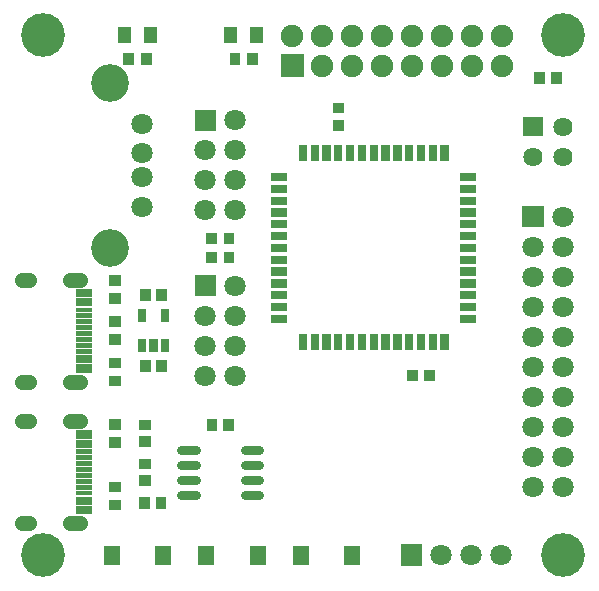
<source format=gts>
G04 Layer: TopSolderMaskLayer*
G04 EasyEDA v6.5.9, 2022-07-22 04:57:57*
G04 840753d4bb104133846108dccaf676b4,987c639a94b84ffc8c6145f2c3ae8d38,10*
G04 Gerber Generator version 0.2*
G04 Scale: 100 percent, Rotated: No, Reflected: No *
G04 Dimensions in millimeters *
G04 leading zeros omitted , absolute positions ,4 integer and 5 decimal *
%FSLAX45Y45*%
%MOMM*%

%ADD10C,1.3016*%
%ADD11C,0.7316*%
%ADD12C,3.2016*%
%ADD13C,1.8016*%
%ADD14C,1.9016*%
%ADD15C,1.6256*%
%ADD16C,3.7032*%
%ADD17C,0.0176*%

%LPD*%
D10*
X181602Y1767486D02*
G01*
X121602Y1767486D01*
X611591Y1767486D02*
G01*
X531591Y1767486D01*
X611591Y2632509D02*
G01*
X531591Y2632509D01*
X181602Y2632509D02*
G01*
X121602Y2632509D01*
D11*
X2006485Y809500D02*
G01*
X2129985Y809500D01*
X2006485Y936500D02*
G01*
X2129985Y936500D01*
X2006485Y1063500D02*
G01*
X2129985Y1063500D01*
X2006485Y1190500D02*
G01*
X2129985Y1190500D01*
X1470012Y809500D02*
G01*
X1593512Y809500D01*
X1470012Y936500D02*
G01*
X1593512Y936500D01*
X1470012Y1063500D02*
G01*
X1593512Y1063500D01*
X1470012Y1190500D02*
G01*
X1593512Y1190500D01*
D10*
X181602Y567489D02*
G01*
X121602Y567489D01*
X611591Y567489D02*
G01*
X531591Y567489D01*
X611591Y1432511D02*
G01*
X531591Y1432511D01*
X181602Y1432511D02*
G01*
X121602Y1432511D01*
G36*
X4459848Y4289960D02*
G01*
X4459848Y4390036D01*
X4550018Y4390036D01*
X4550018Y4289960D01*
G37*
G36*
X4599802Y4289960D02*
G01*
X4599802Y4390036D01*
X4689972Y4390036D01*
X4689972Y4289960D01*
G37*
G36*
X934836Y4632352D02*
G01*
X934836Y4767480D01*
X1045072Y4767480D01*
X1045072Y4632352D01*
G37*
G36*
X1155054Y4632352D02*
G01*
X1155054Y4767480D01*
X1265036Y4767480D01*
X1265036Y4632352D01*
G37*
G36*
X1835012Y4632352D02*
G01*
X1835012Y4767480D01*
X1944994Y4767480D01*
X1944994Y4632352D01*
G37*
G36*
X2054976Y4632352D02*
G01*
X2054976Y4767480D01*
X2165212Y4767480D01*
X2165212Y4632352D01*
G37*
G36*
X979286Y4451758D02*
G01*
X979286Y4548278D01*
X1069964Y4548278D01*
X1069964Y4451758D01*
G37*
G36*
X1129908Y4451758D02*
G01*
X1129908Y4548278D01*
X1220840Y4548278D01*
X1220840Y4451758D01*
G37*
G36*
X1879208Y4451758D02*
G01*
X1879208Y4548278D01*
X1970140Y4548278D01*
X1970140Y4451758D01*
G37*
G36*
X2029830Y4451758D02*
G01*
X2029830Y4548278D01*
X2120762Y4548278D01*
X2120762Y4451758D01*
G37*
G36*
X1251828Y219864D02*
G01*
X1251828Y380138D01*
X1385178Y380138D01*
X1385178Y219864D01*
G37*
G36*
X814948Y219864D02*
G01*
X814948Y380138D01*
X948044Y380138D01*
X948044Y219864D01*
G37*
G36*
X2051928Y219864D02*
G01*
X2051928Y380138D01*
X2185024Y380138D01*
X2185024Y219864D01*
G37*
G36*
X1615048Y219864D02*
G01*
X1615048Y380138D01*
X1748144Y380138D01*
X1748144Y219864D01*
G37*
G36*
X2852028Y219864D02*
G01*
X2852028Y380138D01*
X2985124Y380138D01*
X2985124Y219864D01*
G37*
G36*
X2414894Y219864D02*
G01*
X2414894Y380138D01*
X2547990Y380138D01*
X2547990Y219864D01*
G37*
G36*
X2464932Y3632354D02*
G01*
X2464932Y3767482D01*
X2535036Y3767482D01*
X2535036Y3632354D01*
G37*
G36*
X2565008Y3632354D02*
G01*
X2565008Y3767482D01*
X2635112Y3767482D01*
X2635112Y3632354D01*
G37*
G36*
X2664830Y3632354D02*
G01*
X2664830Y3767482D01*
X2735188Y3767482D01*
X2735188Y3632354D01*
G37*
G36*
X2764906Y3632354D02*
G01*
X2764906Y3767482D01*
X2835010Y3767482D01*
X2835010Y3632354D01*
G37*
G36*
X2864982Y3632354D02*
G01*
X2864982Y3767482D01*
X2935086Y3767482D01*
X2935086Y3632354D01*
G37*
G36*
X2965058Y3632354D02*
G01*
X2965058Y3767482D01*
X3035162Y3767482D01*
X3035162Y3632354D01*
G37*
G36*
X3064880Y3632354D02*
G01*
X3064880Y3767482D01*
X3134984Y3767482D01*
X3134984Y3632354D01*
G37*
G36*
X3164956Y3632354D02*
G01*
X3164956Y3767482D01*
X3235060Y3767482D01*
X3235060Y3632354D01*
G37*
G36*
X3265032Y3632354D02*
G01*
X3265032Y3767482D01*
X3335136Y3767482D01*
X3335136Y3632354D01*
G37*
G36*
X3364854Y3632354D02*
G01*
X3364854Y3767482D01*
X3435212Y3767482D01*
X3435212Y3632354D01*
G37*
G36*
X3464930Y3632354D02*
G01*
X3464930Y3767482D01*
X3535034Y3767482D01*
X3535034Y3632354D01*
G37*
G36*
X3565006Y3632354D02*
G01*
X3565006Y3767482D01*
X3635110Y3767482D01*
X3635110Y3632354D01*
G37*
G36*
X3664828Y3632354D02*
G01*
X3664828Y3767482D01*
X3735186Y3767482D01*
X3735186Y3632354D01*
G37*
G36*
X2232522Y3464968D02*
G01*
X2232522Y3535072D01*
X2367650Y3535072D01*
X2367650Y3464968D01*
G37*
G36*
X2232522Y3364892D02*
G01*
X2232522Y3434996D01*
X2367650Y3434996D01*
X2367650Y3364892D01*
G37*
G36*
X2232522Y3265070D02*
G01*
X2232522Y3335174D01*
X2367650Y3335174D01*
X2367650Y3265070D01*
G37*
G36*
X2232522Y3164994D02*
G01*
X2232522Y3235098D01*
X2367650Y3235098D01*
X2367650Y3164994D01*
G37*
G36*
X2232522Y3064918D02*
G01*
X2232522Y3135022D01*
X2367650Y3135022D01*
X2367650Y3064918D01*
G37*
G36*
X2232522Y2964842D02*
G01*
X2232522Y3035200D01*
X2367650Y3035200D01*
X2367650Y2964842D01*
G37*
G36*
X2232522Y2865020D02*
G01*
X2232522Y2935124D01*
X2367650Y2935124D01*
X2367650Y2865020D01*
G37*
G36*
X2232522Y2764944D02*
G01*
X2232522Y2835048D01*
X2367650Y2835048D01*
X2367650Y2764944D01*
G37*
G36*
X2232522Y2664868D02*
G01*
X2232522Y2734972D01*
X2367650Y2734972D01*
X2367650Y2664868D01*
G37*
G36*
X2232522Y2565046D02*
G01*
X2232522Y2635150D01*
X2367650Y2635150D01*
X2367650Y2565046D01*
G37*
G36*
X2232522Y2464970D02*
G01*
X2232522Y2535074D01*
X2367650Y2535074D01*
X2367650Y2464970D01*
G37*
G36*
X2232522Y2364894D02*
G01*
X2232522Y2434998D01*
X2367650Y2434998D01*
X2367650Y2364894D01*
G37*
G36*
X2232522Y2264818D02*
G01*
X2232522Y2335176D01*
X2367650Y2335176D01*
X2367650Y2264818D01*
G37*
G36*
X2464932Y2032408D02*
G01*
X2464932Y2167536D01*
X2535036Y2167536D01*
X2535036Y2032408D01*
G37*
G36*
X2565008Y2032408D02*
G01*
X2565008Y2167536D01*
X2635112Y2167536D01*
X2635112Y2032408D01*
G37*
G36*
X2664830Y2032408D02*
G01*
X2664830Y2167536D01*
X2735188Y2167536D01*
X2735188Y2032408D01*
G37*
G36*
X2764906Y2032408D02*
G01*
X2764906Y2167536D01*
X2835010Y2167536D01*
X2835010Y2032408D01*
G37*
G36*
X2864982Y2032408D02*
G01*
X2864982Y2167536D01*
X2935086Y2167536D01*
X2935086Y2032408D01*
G37*
G36*
X2964804Y2032408D02*
G01*
X2964804Y2167536D01*
X3035162Y2167536D01*
X3035162Y2032408D01*
G37*
G36*
X3064880Y2032408D02*
G01*
X3064880Y2167536D01*
X3134984Y2167536D01*
X3134984Y2032408D01*
G37*
G36*
X3164956Y2032408D02*
G01*
X3164956Y2167536D01*
X3235060Y2167536D01*
X3235060Y2032408D01*
G37*
G36*
X3265032Y2032408D02*
G01*
X3265032Y2167536D01*
X3335136Y2167536D01*
X3335136Y2032408D01*
G37*
G36*
X3832468Y3064918D02*
G01*
X3832468Y3135022D01*
X3967596Y3135022D01*
X3967596Y3064918D01*
G37*
G36*
X3364854Y2032408D02*
G01*
X3364854Y2167536D01*
X3434958Y2167536D01*
X3434958Y2032408D01*
G37*
G36*
X3464930Y2032408D02*
G01*
X3464930Y2167536D01*
X3535034Y2167536D01*
X3535034Y2032408D01*
G37*
G36*
X3565006Y2032408D02*
G01*
X3565006Y2167536D01*
X3635110Y2167536D01*
X3635110Y2032408D01*
G37*
G36*
X3664828Y2032408D02*
G01*
X3664828Y2167536D01*
X3735186Y2167536D01*
X3735186Y2032408D01*
G37*
G36*
X3832468Y2264818D02*
G01*
X3832468Y2335176D01*
X3967596Y2335176D01*
X3967596Y2264818D01*
G37*
G36*
X3832468Y2364894D02*
G01*
X3832468Y2434998D01*
X3967596Y2434998D01*
X3967596Y2364894D01*
G37*
G36*
X3832468Y2464970D02*
G01*
X3832468Y2535074D01*
X3967596Y2535074D01*
X3967596Y2464970D01*
G37*
G36*
X3832468Y2564792D02*
G01*
X3832468Y2635150D01*
X3967596Y2635150D01*
X3967596Y2564792D01*
G37*
G36*
X3832468Y2664868D02*
G01*
X3832468Y2734972D01*
X3967596Y2734972D01*
X3967596Y2664868D01*
G37*
G36*
X3832468Y2764944D02*
G01*
X3832468Y2835048D01*
X3967596Y2835048D01*
X3967596Y2764944D01*
G37*
G36*
X3832468Y2865020D02*
G01*
X3832468Y2935124D01*
X3967596Y2935124D01*
X3967596Y2865020D01*
G37*
G36*
X3832468Y2964842D02*
G01*
X3832468Y3035200D01*
X3967596Y3035200D01*
X3967596Y2964842D01*
G37*
G36*
X3832468Y3164994D02*
G01*
X3832468Y3235098D01*
X3967596Y3235098D01*
X3967596Y3164994D01*
G37*
G36*
X3832468Y3264816D02*
G01*
X3832468Y3335174D01*
X3967596Y3335174D01*
X3967596Y3264816D01*
G37*
G36*
X3832468Y3364892D02*
G01*
X3832468Y3434996D01*
X3967596Y3434996D01*
X3967596Y3364892D01*
G37*
G36*
X3832468Y3464968D02*
G01*
X3832468Y3535072D01*
X3967596Y3535072D01*
X3967596Y3464968D01*
G37*
G36*
X578220Y2354988D02*
G01*
X578220Y2395120D01*
X718428Y2395120D01*
X718428Y2354988D01*
G37*
G36*
X578220Y2304950D02*
G01*
X578220Y2345082D01*
X718428Y2345082D01*
X718428Y2304950D01*
G37*
G36*
X578220Y2254912D02*
G01*
X578220Y2295044D01*
X718428Y2295044D01*
X718428Y2254912D01*
G37*
G36*
X578220Y2204874D02*
G01*
X578220Y2245006D01*
X718428Y2245006D01*
X718428Y2204874D01*
G37*
G36*
X578220Y2154836D02*
G01*
X578220Y2194968D01*
X718428Y2194968D01*
X718428Y2154836D01*
G37*
G36*
X578220Y2104798D02*
G01*
X578220Y2145184D01*
X718428Y2145184D01*
X718428Y2104798D01*
G37*
G36*
X578220Y2055014D02*
G01*
X578220Y2095146D01*
X718428Y2095146D01*
X718428Y2055014D01*
G37*
G36*
X578220Y2004976D02*
G01*
X578220Y2045108D01*
X718428Y2045108D01*
X718428Y2004976D01*
G37*
G36*
X578220Y2515008D02*
G01*
X578220Y2555140D01*
X718428Y2555140D01*
X718428Y2515008D01*
G37*
G36*
X578220Y2485036D02*
G01*
X578220Y2525168D01*
X718428Y2525168D01*
X718428Y2485036D01*
G37*
G36*
X578220Y2434998D02*
G01*
X578220Y2475130D01*
X718428Y2475130D01*
X718428Y2434998D01*
G37*
G36*
X578220Y2405026D02*
G01*
X578220Y2445158D01*
X718428Y2445158D01*
X718428Y2405026D01*
G37*
G36*
X578220Y1954938D02*
G01*
X578220Y1995070D01*
X718428Y1995070D01*
X718428Y1954938D01*
G37*
G36*
X578220Y1924966D02*
G01*
X578220Y1965098D01*
X718428Y1965098D01*
X718428Y1924966D01*
G37*
G36*
X578220Y1874928D02*
G01*
X578220Y1915060D01*
X718428Y1915060D01*
X718428Y1874928D01*
G37*
G36*
X578220Y1844956D02*
G01*
X578220Y1885088D01*
X718428Y1885088D01*
X718428Y1844956D01*
G37*
G36*
X1109842Y1025044D02*
G01*
X1109842Y1114960D01*
X1210172Y1114960D01*
X1210172Y1025044D01*
G37*
G36*
X1109842Y884836D02*
G01*
X1109842Y975006D01*
X1210172Y975006D01*
X1210172Y884836D01*
G37*
G36*
X1114922Y690018D02*
G01*
X1114922Y790094D01*
X1205092Y790094D01*
X1205092Y690018D01*
G37*
G36*
X1254876Y690018D02*
G01*
X1254876Y790094D01*
X1345046Y790094D01*
X1345046Y690018D01*
G37*
G36*
X1109842Y1215036D02*
G01*
X1109842Y1304952D01*
X1210172Y1304952D01*
X1210172Y1215036D01*
G37*
G36*
X1109842Y1354990D02*
G01*
X1109842Y1445160D01*
X1210172Y1445160D01*
X1210172Y1354990D01*
G37*
G36*
X1824852Y1349910D02*
G01*
X1824852Y1449986D01*
X1915022Y1449986D01*
X1915022Y1349910D01*
G37*
G36*
X1684898Y1349910D02*
G01*
X1684898Y1449986D01*
X1775068Y1449986D01*
X1775068Y1349910D01*
G37*
G36*
X3384920Y1770026D02*
G01*
X3384920Y1870102D01*
X3475090Y1870102D01*
X3475090Y1770026D01*
G37*
G36*
X3524874Y1770026D02*
G01*
X3524874Y1870102D01*
X3615044Y1870102D01*
X3615044Y1770026D01*
G37*
G36*
X578220Y1154838D02*
G01*
X578220Y1194970D01*
X718428Y1194970D01*
X718428Y1154838D01*
G37*
G36*
X578220Y1104800D02*
G01*
X578220Y1145186D01*
X718428Y1145186D01*
X718428Y1104800D01*
G37*
G36*
X578220Y1055016D02*
G01*
X578220Y1095148D01*
X718428Y1095148D01*
X718428Y1055016D01*
G37*
G36*
X578220Y1004978D02*
G01*
X578220Y1045110D01*
X718428Y1045110D01*
X718428Y1004978D01*
G37*
G36*
X578220Y954940D02*
G01*
X578220Y995072D01*
X718428Y995072D01*
X718428Y954940D01*
G37*
G36*
X578220Y904902D02*
G01*
X578220Y945034D01*
X718428Y945034D01*
X718428Y904902D01*
G37*
G36*
X578220Y854864D02*
G01*
X578220Y894996D01*
X718428Y894996D01*
X718428Y854864D01*
G37*
G36*
X578220Y804826D02*
G01*
X578220Y844958D01*
X718428Y844958D01*
X718428Y804826D01*
G37*
G36*
X578220Y1314858D02*
G01*
X578220Y1354990D01*
X718428Y1354990D01*
X718428Y1314858D01*
G37*
G36*
X578220Y1284886D02*
G01*
X578220Y1325018D01*
X718428Y1325018D01*
X718428Y1284886D01*
G37*
G36*
X578220Y1234848D02*
G01*
X578220Y1274980D01*
X718428Y1274980D01*
X718428Y1234848D01*
G37*
G36*
X578220Y1204876D02*
G01*
X578220Y1245008D01*
X718428Y1245008D01*
X718428Y1204876D01*
G37*
G36*
X578220Y755042D02*
G01*
X578220Y795174D01*
X718428Y795174D01*
X718428Y755042D01*
G37*
G36*
X578220Y724816D02*
G01*
X578220Y764948D01*
X718428Y764948D01*
X718428Y724816D01*
G37*
G36*
X578220Y675032D02*
G01*
X578220Y715164D01*
X718428Y715164D01*
X718428Y675032D01*
G37*
G36*
X578220Y644806D02*
G01*
X578220Y685192D01*
X718428Y685192D01*
X718428Y644806D01*
G37*
D12*
G01*
X864504Y2899996D03*
G01*
X864504Y4299993D03*
D13*
G01*
X1135522Y3950007D03*
G01*
X1135522Y3699995D03*
G01*
X1135522Y3499995D03*
G01*
X1135522Y3250008D03*
G36*
X1829932Y2931822D02*
G01*
X1829932Y3028342D01*
X1920610Y3028342D01*
X1920610Y2931822D01*
G37*
G36*
X1679310Y2931822D02*
G01*
X1679310Y3028342D01*
X1769988Y3028342D01*
X1769988Y2931822D01*
G37*
G36*
X2751698Y3889148D02*
G01*
X2751698Y3980080D01*
X2848218Y3980080D01*
X2848218Y3889148D01*
G37*
G36*
X2751698Y4040024D02*
G01*
X2751698Y4130702D01*
X2848218Y4130702D01*
X2848218Y4040024D01*
G37*
G36*
X861684Y1359816D02*
G01*
X861684Y1450748D01*
X958204Y1450748D01*
X958204Y1359816D01*
G37*
G36*
X861684Y1209194D02*
G01*
X861684Y1300126D01*
X958204Y1300126D01*
X958204Y1209194D01*
G37*
G36*
X861684Y679350D02*
G01*
X861684Y770028D01*
X958204Y770028D01*
X958204Y679350D01*
G37*
G36*
X861684Y829972D02*
G01*
X861684Y920650D01*
X958204Y920650D01*
X958204Y829972D01*
G37*
G36*
X861684Y2580032D02*
G01*
X861684Y2670710D01*
X958204Y2670710D01*
X958204Y2580032D01*
G37*
G36*
X861684Y2429156D02*
G01*
X861684Y2520088D01*
X958204Y2520088D01*
X958204Y2429156D01*
G37*
G36*
X861684Y1729386D02*
G01*
X861684Y1820064D01*
X958204Y1820064D01*
X958204Y1729386D01*
G37*
G36*
X861684Y1880008D02*
G01*
X861684Y1970686D01*
X958204Y1970686D01*
X958204Y1880008D01*
G37*
G36*
X1829932Y2771802D02*
G01*
X1829932Y2868322D01*
X1920610Y2868322D01*
X1920610Y2771802D01*
G37*
G36*
X1679310Y2771802D02*
G01*
X1679310Y2868322D01*
X1769988Y2868322D01*
X1769988Y2771802D01*
G37*
G36*
X3329040Y209958D02*
G01*
X3329040Y390044D01*
X3509126Y390044D01*
X3509126Y209958D01*
G37*
G01*
X3673007Y300001D03*
G01*
X3927007Y300001D03*
G01*
X4181007Y300001D03*
G36*
X861684Y2079144D02*
G01*
X861684Y2170076D01*
X958204Y2170076D01*
X958204Y2079144D01*
G37*
G36*
X861684Y2230020D02*
G01*
X861684Y2320698D01*
X958204Y2320698D01*
X958204Y2230020D01*
G37*
G36*
X1105016Y2274978D02*
G01*
X1105016Y2384960D01*
X1175120Y2384960D01*
X1175120Y2274978D01*
G37*
G36*
X1295008Y2274978D02*
G01*
X1295008Y2384960D01*
X1365112Y2384960D01*
X1365112Y2274978D01*
G37*
G36*
X1295008Y2014882D02*
G01*
X1295008Y2125118D01*
X1365112Y2125118D01*
X1365112Y2014882D01*
G37*
G36*
X1200012Y2014882D02*
G01*
X1200012Y2125118D01*
X1270116Y2125118D01*
X1270116Y2014882D01*
G37*
G36*
X1105016Y2014882D02*
G01*
X1105016Y2125118D01*
X1175120Y2125118D01*
X1175120Y2014882D01*
G37*
D14*
G01*
X4189008Y4696995D03*
G01*
X4189008Y4442995D03*
G01*
X3935008Y4696995D03*
G01*
X3935008Y4442995D03*
G01*
X3681008Y4696995D03*
G01*
X3681008Y4442995D03*
G01*
X3427008Y4696995D03*
G01*
X3427008Y4442995D03*
G01*
X3173008Y4696995D03*
G01*
X3173008Y4442995D03*
G01*
X2919008Y4696995D03*
G01*
X2919008Y4442995D03*
G01*
X2665008Y4696995D03*
G01*
X2665008Y4442995D03*
G01*
X2411008Y4696995D03*
G36*
X2315834Y4347872D02*
G01*
X2315834Y4538118D01*
X2506080Y4538118D01*
X2506080Y4347872D01*
G37*
D13*
G01*
X4702012Y878994D03*
G01*
X4448012Y878994D03*
G01*
X4702012Y1132994D03*
G01*
X4448012Y1132994D03*
G01*
X4702012Y1386994D03*
G01*
X4448012Y1386994D03*
G01*
X4702012Y1640994D03*
G01*
X4448012Y1640994D03*
G01*
X4702012Y1894994D03*
G01*
X4448012Y1894994D03*
G01*
X4702012Y2148994D03*
G01*
X4448012Y2148994D03*
G01*
X4702012Y2402994D03*
G01*
X4448012Y2402994D03*
G01*
X4702012Y2656994D03*
G01*
X4448012Y2656994D03*
G01*
X4702012Y2910994D03*
G01*
X4448012Y2910994D03*
G01*
X4702012Y3164994D03*
G36*
X4357994Y3074824D02*
G01*
X4357994Y3255164D01*
X4538080Y3255164D01*
X4538080Y3074824D01*
G37*
G36*
X1583044Y3890926D02*
G01*
X1583044Y4071012D01*
X1763130Y4071012D01*
X1763130Y3890926D01*
G37*
G01*
X1927011Y3980995D03*
G01*
X1673011Y3726995D03*
G01*
X1927011Y3726995D03*
G01*
X1673011Y3472995D03*
G01*
X1927011Y3472995D03*
G01*
X1673011Y3218995D03*
G01*
X1927011Y3218995D03*
G36*
X1120002Y1850036D02*
G01*
X1120002Y1950112D01*
X1210172Y1950112D01*
X1210172Y1850036D01*
G37*
G36*
X1259956Y1850036D02*
G01*
X1259956Y1950112D01*
X1350126Y1950112D01*
X1350126Y1850036D01*
G37*
G36*
X1120002Y2449984D02*
G01*
X1120002Y2550060D01*
X1210172Y2550060D01*
X1210172Y2449984D01*
G37*
G36*
X1259956Y2449984D02*
G01*
X1259956Y2550060D01*
X1350126Y2550060D01*
X1350126Y2449984D01*
G37*
G36*
X1583044Y2490878D02*
G01*
X1583044Y2670964D01*
X1763130Y2670964D01*
X1763130Y2490878D01*
G37*
G01*
X1927011Y2580998D03*
G01*
X1673011Y2326998D03*
G01*
X1927011Y2326998D03*
G01*
X1673011Y2072998D03*
G01*
X1927011Y2072998D03*
G01*
X1673011Y1818998D03*
G01*
X1927011Y1818998D03*
G36*
X4366630Y3845714D02*
G01*
X4366630Y4008274D01*
X4529190Y4008274D01*
X4529190Y3845714D01*
G37*
D15*
G01*
X4702012Y3926994D03*
G01*
X4448012Y3672994D03*
G01*
X4702012Y3672994D03*
D16*
G01*
X299989Y300001D03*
G01*
X4700005Y300001D03*
G01*
X4700005Y4699993D03*
G01*
X299989Y4699993D03*
M02*

</source>
